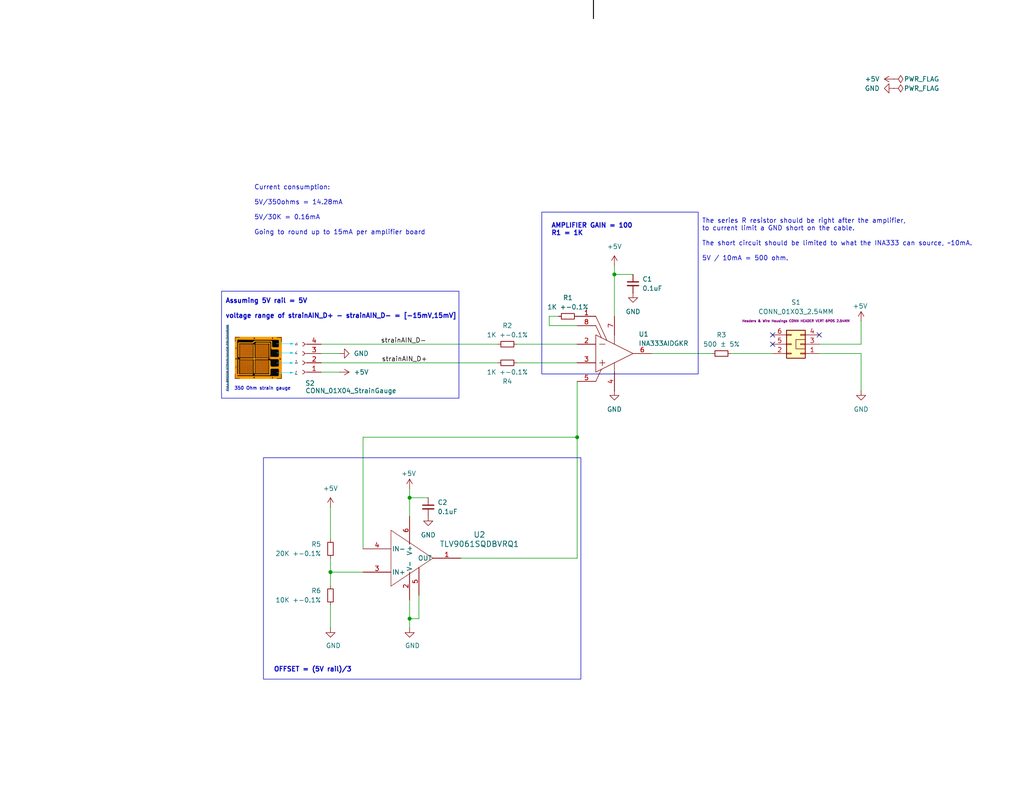
<source format=kicad_sch>
(kicad_sch (version 20250114) (generator "eeschema") (generator_version "9.0")
  (paper "A")
  (title_block (title "Amplifier") (date "2025-08-16") (rev "01") (company "BCIT Racing") (comment 1 "Parry Zhuo & Daniel Mahmoud"))
  (lib_symbols
    (symbol "Connector:Conn_01x04_Socket" (pin_names (offset 1.016) (hide yes))
      (property "Reference" "J" (at 0 5.08 0))
      (property "Value" "Conn_01x04_Socket" (at 0 -7.62 0))
      (symbol "Conn_01x04_Socket_1_1"
        (polyline (pts (xy -1.27 2.54) (xy -0.508 2.54)) (stroke (width 0.1524)))
        (polyline (pts (xy -1.27 0) (xy -0.508 0)) (stroke (width 0.1524)))
        (polyline (pts (xy -1.27 -2.54) (xy -0.508 -2.54)) (stroke (width 0.1524)))
        (polyline (pts (xy -1.27 -5.08) (xy -0.508 -5.08)) (stroke (width 0.1524)))
        (arc (start 0 2.032) (mid -0.5058 2.54) (end 0 3.048) (stroke (width 0.1524)))
        (arc (start 0 -0.508) (mid -0.5058 0) (end 0 0.508) (stroke (width 0.1524)))
        (arc (start 0 -3.048) (mid -0.5058 -2.54) (end 0 -2.032) (stroke (width 0.1524)))
        (arc (start 0 -5.588) (mid -0.5058 -5.08) (end 0 -4.572) (stroke (width 0.1524)))
        (pin passive line (at -5.08 2.54 0) (length 3.81) (name "Pin_1") (number "1"))
        (pin passive line (at -5.08 0 0) (length 3.81) (name "Pin_2") (number "2"))
        (pin passive line (at -5.08 -2.54 0) (length 3.81) (name "Pin_3") (number "3"))
        (pin passive line (at -5.08 -5.08 0) (length 3.81) (name "Pin_4") (number "4"))
      )
    )
    (symbol "Device:C_Small" (pin_numbers (hide yes)) (pin_names (offset 0.254) (hide yes))
      (property "Reference" "C" (at 0.254 1.778 0))
      (property "Value" "C_Small" (at 0.254 -2.032 0))
      (symbol "C_Small_0_1"
        (polyline (pts (xy -1.524 0.508) (xy 1.524 0.508)) (stroke (width 0.3048)))
        (polyline (pts (xy -1.524 -0.508) (xy 1.524 -0.508)) (stroke (width 0.3302)))
      )
      (symbol "C_Small_1_1"
        (pin passive line (at 0 2.54 270) (length 2.032) (name "~") (number "1"))
        (pin passive line (at 0 -2.54 90) (length 2.032) (name "~") (number "2"))
      )
    )
    (symbol "Device:R_Small" (pin_numbers (hide yes)) (pin_names (offset 0.254) (hide yes))
      (property "Reference" "R" (at 0 0 90))
      (property "Value" "R_Small" (at 1.778 0 90))
      (symbol "R_Small_0_1"
        (rectangle (start -0.762 1.778) (end 0.762 -1.778) (stroke (width 0.2032)))
      )
      (symbol "R_Small_1_1"
        (pin passive line (at 0 2.54 270) (length 0.762) (name "~") (number "1"))
        (pin passive line (at 0 -2.54 90) (length 0.762) (name "~") (number "2"))
      )
    )
    (symbol "Lib:IDC_6Pin_Male_Header" (pin_names (offset 1.016) (hide yes))
      (property "Reference" "J5" (at 1.27 10.16 0))
      (property "Value" "Box Header IDC Conn 2x3" (at 1.27 7.62 0))
      (property "Description" "CONN HEADER VERT 6POS 2.54MM" (at 1.27 6.35 0))
      (property "Detailed Description" "Connector Header Through Hole 6 position 0.100\" (2.54mm)" (at 1.27 5.08 0))
      (symbol "IDC_6Pin_Male_Header_0_1"
        (rectangle (start -1.27 1.27) (end 1.27 -1.27))
      )
      (symbol "IDC_6Pin_Male_Header_1_1"
        (rectangle (start -1.27 3.81) (end 3.81 -3.81) (stroke (width 0.254)) (fill (type background)))
        (rectangle (start -1.27 2.667) (end 0 2.413) (stroke (width 0.1524)))
        (rectangle (start -1.27 0.127) (end 0 -0.127) (stroke (width 0.1524)))
        (rectangle (start -1.27 -2.413) (end 0 -2.667) (stroke (width 0.1524)))
        (rectangle (start 3.81 2.667) (end 2.54 2.413) (stroke (width 0.1524)))
        (rectangle (start 3.81 0.127) (end 2.54 -0.127) (stroke (width 0.1524)))
        (rectangle (start 3.81 -2.413) (end 2.54 -2.667) (stroke (width 0.1524)))
        (pin passive line (at -5.08 2.54 0) (length 3.81) (name "Pin_1") (number "1"))
        (pin passive line (at -5.08 0 0) (length 3.81) (name "Pin_3") (number "3"))
        (pin passive line (at -5.08 -2.54 0) (length 3.81) (name "Pin_4") (number "4"))
        (pin passive line (at 7.62 2.54 180) (length 3.81) (name "Pin_2") (number "2"))
        (pin passive line (at 7.62 0 180) (length 3.81) (name "Pin_5") (number "5"))
        (pin passive line (at 7.62 -2.54 180) (length 3.81) (name "Pin_6") (number "6"))
      )
    )
    (symbol "Lib:TLV9061SQDBVRQ1" (pin_names (offset 0.254))
      (property "Reference" "U2" (at 31.75 3.8802 0))
      (property "Value" "TLV9061SQDBVRQ1" (at 1.016 7.366 0))
      (symbol "TLV9061SQDBVRQ1_0_1"
        (polyline (pts (xy 7.62 5.08) (xy 7.62 -10.16)) (stroke (width 0.127)))
        (polyline (pts (xy 7.62 -10.16) (xy 19.05 -2.54)) (stroke (width 0.127)))
        (polyline (pts (xy 19.05 -2.54) (xy 7.62 5.08)) (stroke (width 0.127)))
        (pin input line (at 0 0 0) (length 7.62) (name "IN-") (number "4"))
        (pin input line (at 0 -6.35 0) (length 7.62) (name "IN+") (number "3"))
        (pin power_in line (at 12.7 8.89 270) (length 7.62) (name "V+") (number "6"))
        (pin power_in line (at 12.7 -13.97 90) (length 7.62) (name "V-") (number "2"))
        (pin output line (at 26.67 -2.54 180) (length 7.62) (name "OUT") (number "1"))
      )
      (symbol "TLV9061SQDBVRQ1_1_1"
        (pin passive line (at 15.24 -12.7 90) (length 7.62) (name "") (number "5"))
      )
    )
    (symbol "Lib:root_0_TI-INAXXXXXX8_Altium Content Vault" (pin_names (hide yes))
      (symbol "root_0_TI-INAXXXXXX8_Altium Content Vault_1_0"
        (polyline (pts (xy 0 0) (xy 0 -10.16)))
        (polyline (pts (xy 0 0) (xy 10.16 -5.08)))
        (polyline (pts (xy 0 -10.16) (xy 10.16 -5.08)))
        (polyline (pts (xy 1.016 -2.54) (xy 2.54 -2.54)))
        (polyline (pts (xy 1.016 -7.62) (xy 2.54 -7.62)))
        (polyline (pts (xy 1.524 -0.762) (xy 0 2.54)))
        (polyline (pts (xy 1.524 -9.398) (xy 0 -12.7)))
        (polyline (pts (xy 1.778 -6.858) (xy 1.778 -8.382)))
        (polyline (pts (xy 3.048 -1.524) (xy 0 5.08)))
        (polyline (pts (xy 5.08 0) (xy 5.08 -2.54)))
        (polyline (pts (xy 5.08 -7.62) (xy 5.08 -10.16)))
        (pin input line (at -5.08 5.08 0) (length 5.08) (name "RG") (number "1"))
        (pin input line (at -5.08 2.54 0) (length 5.08) (name "RG") (number "8"))
        (pin input line (at -5.08 -2.54 0) (length 5.08) (name "VIN-") (number "2"))
        (pin input line (at -5.08 -7.62 0) (length 5.08) (name "VIN+") (number "3"))
        (pin input line (at -5.08 -12.7 0) (length 5.08) (name "REF") (number "5"))
        (pin power_in line (at 5.08 5.08 270) (length 5.08) (name "V+") (number "7"))
        (pin power_in line (at 5.08 -15.24 90) (length 5.08) (name "V-") (number "4"))
        (pin output line (at 15.24 -5.08 180) (length 5.08) (name "VOUT") (number "6"))
      )
    )
    (symbol "power:+5V" (power) (pin_numbers (hide yes)) (pin_names (offset 0) (hide yes))
      (property "Value" "+5V" (at 0 3.556 0))
      (symbol "+5V_0_1"
        (polyline (pts (xy -0.762 1.27) (xy 0 2.54)))
        (polyline (pts (xy 0 2.54) (xy 0.762 1.27)))
        (polyline (pts (xy 0 0) (xy 0 2.54)))
      )
      (symbol "+5V_1_1"
        (pin power_in line (at 0 0 90) (length 0) (name "~") (number "1"))
      )
    )
    (symbol "power:GND" (power) (pin_numbers (hide yes)) (pin_names (offset 0) (hide yes))
      (property "Value" "GND" (at 0 -3.81 0))
      (symbol "GND_0_1"
        (polyline (pts (xy 0 0) (xy 0 -1.27) (xy 1.27 -1.27) (xy 0 -2.54) (xy -1.27 -1.27) (xy 0 -1.27)))
      )
      (symbol "GND_1_1"
        (pin power_in line (at 0 0 270) (length 0) (name "~") (number "1"))
      )
    )
    (symbol "power:PWR_FLAG" (power) (pin_numbers (hide yes)) (pin_names (offset 0) (hide yes))
      (property "Value" "PWR_FLAG" (at 0 3.81 0))
      (symbol "PWR_FLAG_0_0"
        (pin power_out line (at 0 0 90) (length 0) (name "~") (number "1"))
      )
      (symbol "PWR_FLAG_0_1"
        (polyline (pts (xy 0 0) (xy 0 1.27) (xy -1.016 1.905) (xy 0 2.54) (xy 1.016 1.905) (xy 0 1.27)))
      )
    )
  )
  (rectangle (start 60.452 79.502) (end 125.222 108.712))
  (rectangle (start 71.882 124.968) (end 158.496 185.42))
  (rectangle (start 147.828 57.912) (end 190.5 102.108))
  (text "OFFSET = (5V rail)/3" (at 85.344 182.88 0) (effects (font (size 1.27 1.27) (thickness 0.254) (bold yes))))
  (text "AMPLIFIER GAIN = 100\nR1 = 1K" (at 150.368 62.738 0) (effects (font (size 1.27 1.27) (thickness 0.254) (bold yes)) (justify left)))
  (text "Current consumption:\n\n5V/350ohms = 14.28mA\n\n5V/30K = 0.16mA\n\nGoing to round up to 15mA per amplifier board\n" (at 69.342 57.404 0) (effects (font (size 1.27 1.27)) (justify left)))
  (text "350 Ohm strain gauge" (at 71.628 106.172 0) (effects (font (size 0.889 0.889))))
  (text "Assuming 5V rail = 5V\n\nvoltage range of strainAIN_D+ - strainAIN_D- = [-15mV,15mV]" (at 61.468 84.328 0) (effects (font (size 1.27 1.27) (thickness 0.254) (bold yes)) (justify left)))
  (text "The series R resistor should be right after the amplifier, \nto current limit a GND short on the cable.\n\nThe short circuit should be limited to what the INA333 can source, ~10mA.\n\n5V / 10mA = 500 ohm." (at 191.516 65.532 0) (effects (font (size 1.27 1.27)) (justify left)))
  (junction (at 167.64 74.93))
  (junction (at 111.76 135.89))
  (junction (at 111.76 168.91))
  (junction (at 157.48 119.38))
  (junction (at 90.17 156.21))
  (no_connect (at 210.82 91.44))
  (no_connect (at 210.82 93.98))
  (no_connect (at 223.52 91.44))
  (wire (pts (xy 111.76 168.91) (xy 114.3 168.91)))
  (wire (pts (xy 149.86 86.36) (xy 149.86 88.9)))
  (wire (pts (xy 111.76 133.35) (xy 111.76 135.89)))
  (wire (pts (xy 90.17 156.21) (xy 90.17 160.02)))
  (wire (pts (xy 157.48 119.38) (xy 157.48 152.4)))
  (wire (pts (xy 167.64 74.93) (xy 167.64 86.36)))
  (wire (pts (xy 87.63 101.6) (xy 92.71 101.6)))
  (wire (pts (xy 90.17 152.4) (xy 90.17 156.21)))
  (wire (pts (xy 149.86 86.36) (xy 152.4 86.36)))
  (wire (pts (xy 90.17 138.43) (xy 90.17 147.32)))
  (wire (pts (xy 234.95 87.63) (xy 234.95 93.98)))
  (wire (pts (xy 87.63 99.06) (xy 135.89 99.06)))
  (wire (pts (xy 140.97 93.98) (xy 157.48 93.98)))
  (wire (pts (xy 157.48 104.14) (xy 157.48 119.38)))
  (wire (pts (xy 223.52 93.98) (xy 234.95 93.98)))
  (wire (pts (xy 111.76 171.45) (xy 111.76 168.91)))
  (wire (pts (xy 199.39 96.52) (xy 210.82 96.52)))
  (wire (pts (xy 140.97 99.06) (xy 157.48 99.06)))
  (wire (pts (xy 125.73 152.4) (xy 157.48 152.4)))
  (wire (pts (xy 114.3 162.56) (xy 114.3 168.91)))
  (wire (pts (xy 90.17 165.1) (xy 90.17 171.45)))
  (wire (pts (xy 111.76 135.89) (xy 111.76 140.97)))
  (wire (pts (xy 116.84 135.89) (xy 111.76 135.89)))
  (wire (pts (xy 172.72 74.93) (xy 167.64 74.93)))
  (wire (pts (xy 234.95 96.52) (xy 234.95 106.68)))
  (polyline (pts (xy 161.925 5.08) (xy 161.925 0)) (stroke (width 0.254) (type solid) (color 0 0 0 1)))
  (wire (pts (xy 87.63 96.52) (xy 92.71 96.52)))
  (wire (pts (xy 99.06 119.38) (xy 157.48 119.38)))
  (wire (pts (xy 87.63 93.98) (xy 135.89 93.98)))
  (wire (pts (xy 149.86 88.9) (xy 157.48 88.9)))
  (wire (pts (xy 111.76 168.91) (xy 111.76 163.83)))
  (wire (pts (xy 234.95 96.52) (xy 223.52 96.52)))
  (wire (pts (xy 167.64 72.39) (xy 167.64 74.93)))
  (wire (pts (xy 90.17 156.21) (xy 99.06 156.21)))
  (wire (pts (xy 99.06 149.86) (xy 99.06 119.38)))
  (wire (pts (xy 177.8 96.52) (xy 194.31 96.52)))
  (image (at 71.374 96.774) (scale 0.0441091))
  (label "strainAIN_D-" (at 103.886 93.98 0))
  (label "strainAIN_D+" (at 104.14 99.06 0))
  (symbol (lib_id "power:+5V") (at 92.71 101.6 270) (unit 1)
    (property "Reference" "#PWR07" (effects (hide yes)))
    (property "Value" "+5V" (at 96.52 101.5999 90) (effects (justify left)))
    (property "Description" "Power symbol creates a global label with name \"+5V\"" (effects (hide yes)))
  )
  (symbol (lib_id "power:GND") (at 111.76 171.45 0) (unit 1)
    (property "Reference" "#PWR013" (effects (hide yes)))
    (property "Value" "GND" (at 110.49 176.276 0) (effects (justify left)))
    (property "Description" "Power symbol creates a global label with name \"GND\" , ground" (effects (hide yes)))
  )
  (symbol (lib_id "power:GND") (at 116.84 140.97 0) (mirror y) (unit 1)
    (property "Reference" "#PWR012" (effects (hide yes)))
    (property "Value" "GND" (at 116.84 146.05 0))
    (property "Description" "Power symbol creates a global label with name \"GND\" , ground" (effects (hide yes)))
  )
  (symbol (lib_id "Connector:Conn_01x04_Socket") (at 82.55 99.06 180) (unit 1) (in_bom no)
    (property "Reference" "S2" (at 84.582 104.648 0))
    (property "Value" "CONN_01X04_StrainGauge" (at 95.758 106.68 0))
    (property "Footprint" "Lib:CONN_01X04" (effects (hide yes)))
    (property "Description" "Generic connector, single row, 01x04, script generated" (effects (hide yes)))
  )
  (symbol (lib_id "Device:C_Small") (at 172.72 77.47 0) (mirror y) (unit 1)
    (property "Reference" "C1" (at 175.26 76.2062 0) (effects (justify right)))
    (property "Value" "0.1uF" (at 175.26 78.7462 0) (effects (justify right)))
    (property "Footprint" "Capacitor_SMD:C_0805_2012Metric_Pad1.18x1.45mm_HandSolder" (effects (hide yes)))
    (property "Datasheet" "https://www.mouser.ca/datasheet/2/585/MLCC-1837944.pdf" (effects (hide yes)))
    (property "Description" "Multilayer Ceramic Capacitors MLCC - SMD/SMT 100nF+/-10% 50V X7R 0805" (effects (hide yes)))
    (property "Manufacturer" "Samsung Electro-Mechanics" (effects (hide yes)))
    (property "Manufacturer Part Number" "CL21B104KBCNNWC" (effects (hide yes)))
    (property "Mouser Link" "https://www.mouser.ca/ProductDetail/Samsung-Electro-Mechanics/CL21B104KBCNNWC?qs=yOVawPpwOwlu2UTVxWhmlw%3D%3D" (effects (hide yes)))
    (property "Mouser Part Number" "187-CL21B104KBCNNWC" (effects (hide yes)))
    (property "Package" "0805 (2012 Metric)" (effects (hide yes)))
  )
  (symbol (lib_id "power:GND") (at 167.64 106.68 0) (unit 1)
    (property "Reference" "#PWR09" (effects (hide yes)))
    (property "Value" "GND" (at 167.64 111.76 0))
    (property "Description" "Power symbol creates a global label with name \"GND\" , ground" (effects (hide yes)))
  )
  (symbol (lib_id "power:+5V") (at 234.95 87.63 0) (unit 1)
    (property "Reference" "#PWR04" (effects (hide yes)))
    (property "Value" "+5V" (at 234.696 83.566 0))
    (property "Description" "Power symbol creates a global label with name \"+5V\"" (effects (hide yes)))
  )
  (symbol (lib_id "Device:C_Small") (at 116.84 138.43 0) (mirror y) (unit 1)
    (property "Reference" "C2" (at 119.38 137.1662 0) (effects (justify right)))
    (property "Value" "0.1uF" (at 119.38 139.7062 0) (effects (justify right)))
    (property "Footprint" "Capacitor_SMD:C_0805_2012Metric_Pad1.18x1.45mm_HandSolder" (effects (hide yes)))
    (property "Datasheet" "https://www.mouser.ca/datasheet/2/585/MLCC-1837944.pdf" (effects (hide yes)))
    (property "Description" "Multilayer Ceramic Capacitors MLCC - SMD/SMT 100nF+/-10% 50V X7R 0805" (effects (hide yes)))
    (property "Manufacturer" "Samsung Electro-Mechanics" (effects (hide yes)))
    (property "Manufacturer Part Number" "CL21B104KBCNNWC" (effects (hide yes)))
    (property "Mouser Link" "https://www.mouser.ca/ProductDetail/Samsung-Electro-Mechanics/CL21B104KBCNNWC?qs=yOVawPpwOwlu2UTVxWhmlw%3D%3D" (effects (hide yes)))
    (property "Mouser Part Number" "187-CL21B104KBCNNWC" (effects (hide yes)))
    (property "Package" "0805 (2012 Metric)" (effects (hide yes)))
  )
  (symbol (lib_id "Device:R_Small") (at 90.17 149.86 0) (unit 1)
    (property "Reference" "R5" (at 87.63 148.5899 0) (effects (justify right)))
    (property "Value" "20K +-0.1%" (at 87.63 151.1299 0) (effects (justify right)))
    (property "Footprint" "Resistor_SMD:R_0805_2012Metric_Pad1.20x1.40mm_HandSolder" (effects (hide yes)))
    (property "Datasheet" "https://www.mouser.ca/datasheet/2/392/n_catalog_partition01_en-1140338.pdf" (effects (hide yes)))
    (property "Description" "Thin Film Resistors - SMD 1/8W 20K Ohms 0.1% 0805 25ppm" (effects (hide yes)))
    (property "Manufacturer" "Susumu " (effects (hide yes)))
    (property "Manufacturer Part Number" "RG2012P-203-B-T5 " (effects (hide yes)))
    (property "Mouser Link" "https://www.mouser.ca/ProductDetail/Susumu/RG2012P-203-B-T5?qs=juJhw1yPxAE0uzMTBmg8Hw%3D%3D" (effects (hide yes)))
    (property "Mouser Part Number" "754-RG2012P-203-B-T5 " (effects (hide yes)))
    (property "Package" "0805 (2012 Metric)" (effects (hide yes)))
  )
  (symbol (lib_id "Device:R_Small") (at 138.43 93.98 90) (unit 0)
    (property "Reference" "R2" (at 138.43 88.9 90))
    (property "Value" "1K +-0.1%" (at 138.43 91.44 90))
    (property "Footprint" "Resistor_SMD:R_0805_2012Metric_Pad1.20x1.40mm_HandSolder" (effects (hide yes)))
    (property "Datasheet" "https://www.vishay.com/doc?28700" (effects (hide yes)))
    (property "Description" "Thin Film Resistors - SMD .05W 1Kohms 0.1% 0805 25ppm" (effects (hide yes)))
    (property "Manufacturer" "Vishay / Beyschlag " (effects (hide yes)))
    (property "Manufacturer Part Number" "MCU08050D1001BP500 " (effects (hide yes)))
    (property "Mouser Link" "https://www.mouser.ca/ProductDetail/Vishay-Beyschlag/MCU08050D1001BP500?qs=70au2ePzUrEv3lkXFeCKsQ%3D%3D" (effects (hide yes)))
    (property "Mouser Part Number" "594-MCU0805D1001BP5 " (effects (hide yes)))
    (property "Package" "0805 (2012 Metric)" (effects (hide yes)))
  )
  (symbol (lib_id "power:GND") (at 243.84 24.13 270) (unit 1)
    (property "Reference" "#PWR02" (effects (hide yes)))
    (property "Value" "GND" (at 240.03 24.1299 90) (effects (justify right)))
    (property "Description" "Power symbol creates a global label with name \"GND\" , ground" (effects (hide yes)))
  )
  (symbol (lib_id "Device:R_Small") (at 90.17 162.56 0) (unit 0)
    (property "Reference" "R6" (at 87.63 161.2899 0) (effects (justify right)))
    (property "Value" "10K +-0.1%" (at 87.63 163.8299 0) (effects (justify right)))
    (property "Footprint" "Resistor_SMD:R_0805_2012Metric_Pad1.20x1.40mm_HandSolder" (effects (hide yes)))
    (property "Datasheet" "https://www.mouser.ca/datasheet/2/392/n_catalog_partition01_en-1140338.pdf" (effects (hide yes)))
    (property "Description" "Thin Film Resistors - SMD 1/8W 10K Ohms 0.1% 0805 25ppm" (effects (hide yes)))
    (property "Manufacturer" "Susumu " (effects (hide yes)))
    (property "Manufacturer Part Number" "RG2012P-103-B-T5 " (effects (hide yes)))
    (property "Mouser Link" "https://www.mouser.ca/ProductDetail/Susumu/RG2012P-103-B-T5?qs=juJhw1yPxAHrnD3%252BNCg9%252Bw%3D%3D" (effects (hide yes)))
    (property "Mouser Part Number" "754-RG2012P-103-B-T5 " (effects (hide yes)))
    (property "Package" "0805 (2012 Metric)" (effects (hide yes)))
  )
  (symbol (lib_id "power:+5V") (at 167.64 72.39 0) (unit 1)
    (property "Reference" "#PWR03" (effects (hide yes)))
    (property "Value" "+5V" (at 167.64 67.31 0))
    (property "Description" "Power symbol creates a global label with name \"+5V\"" (effects (hide yes)))
  )
  (symbol (lib_id "power:PWR_FLAG") (at 243.84 21.59 270) (unit 1)
    (property "Reference" "#FLG01" (effects (hide yes)))
    (property "Value" "PWR_FLAG" (at 251.46 21.59 90))
    (property "Description" "Special symbol for telling ERC where power comes from" (effects (hide yes)))
  )
  (symbol (lib_id "Device:R_Small") (at 196.85 96.52 270) (unit 1)
    (property "Reference" "R3" (at 196.85 91.44 90))
    (property "Value" "500 ± 5%" (at 196.85 93.98 90))
    (property "Footprint" "Resistor_SMD:R_0805_2012Metric_Pad1.20x1.40mm_HandSolder" (effects (hide yes)))
    (property "Datasheet" "https://www.vishay.com/doc?28952" (effects (hide yes)))
    (property "Description" "Thin Film Resistors - SMD .2W 499ohms .5% 0805 25ppm Auto" (effects (hide yes)))
    (property "Manufacturer Part Number" "MCU0805MD4990DP500 " (effects (hide yes)))
    (property "Manufacturer" "Vishay / Beyschlag " (effects (hide yes)))
    (property "Package" "0805 (2012 Metric)" (effects (hide yes)))
    (property "Mouser Link" "https://www.mouser.ca/ProductDetail/Vishay-Beyschlag/MCU0805MD4990DP500?qs=EzBFWPtgsb1DD3PTBSGEVQ%3D%3D" (effects (hide yes)))
    (property "Mouser Part Number" "594-MCU0805MD4990DP5 " (effects (hide yes)))
  )
  (symbol (lib_id "power:+5V") (at 111.76 133.35 0) (unit 1)
    (property "Reference" "#PWR010" (effects (hide yes)))
    (property "Value" "+5V" (at 111.506 129.286 0))
    (property "Description" "Power symbol creates a global label with name \"+5V\"" (effects (hide yes)))
  )
  (symbol (lib_id "Lib:TLV9061SQDBVRQ1") (at 99.06 149.86 0) (unit 1)
    (property "Reference" "U2" (at 130.81 145.9798 0) (effects (font (size 1.524 1.524))))
    (property "Value" "TLV9061SQDBVRQ1" (at 130.81 148.5198 0) (effects (font (size 1.524 1.524))))
    (property "Footprint" "Package_TO_SOT_SMD:TSOT-23-6" (effects (hide yes)))
    (property "Datasheet" "https://www.ti.com/lit/gpn/tlv9064-q1" (effects (hide yes)))
    (property "Description" "Operational Amplifiers - Op Amps Automotive single 5.5-V 10-MHz rail-to" (effects (hide yes)))
    (property "Manufacturer" "Texas Instruments " (effects (hide yes)))
    (property "Manufacturer Part Number" "TLV9061SQDBVRQ1 " (effects (hide yes)))
    (property "Mouser Link" "https://www.mouser.ca/ProductDetail/Texas-Instruments/TLV9061SQDBVRQ1?qs=DRkmTr78QASJ%252B5bCrdR4jA%3D%3D" (effects (hide yes)))
    (property "Mouser Part Number" "595-TLV9061SQDBVRQ1" (effects (hide yes)))
    (property "Package" "SOT-23-6 " (effects (hide yes)))
  )
  (symbol (lib_id "Device:R_Small") (at 154.94 86.36 90) (unit 1)
    (property "Reference" "R1" (at 154.94 81.28 90))
    (property "Value" "1K +-0.1%" (at 154.94 83.82 90))
    (property "Footprint" "Resistor_SMD:R_0805_2012Metric_Pad1.20x1.40mm_HandSolder" (effects (hide yes)))
    (property "Datasheet" "https://www.vishay.com/doc?28700" (effects (hide yes)))
    (property "Description" "Thin Film Resistors - SMD .05W 1Kohms 0.1% 0805 25ppm" (effects (hide yes)))
    (property "Manufacturer" "Vishay / Beyschlag " (effects (hide yes)))
    (property "Manufacturer Part Number" "MCU08050D1001BP500 " (effects (hide yes)))
    (property "Mouser Link" "https://www.mouser.ca/ProductDetail/Vishay-Beyschlag/MCU08050D1001BP500?qs=70au2ePzUrEv3lkXFeCKsQ%3D%3D" (effects (hide yes)))
    (property "Mouser Part Number" "594-MCU0805D1001BP5 " (effects (hide yes)))
    (property "Package" "0805 (2012 Metric)" (effects (hide yes)))
  )
  (symbol (lib_id "Lib:IDC_6Pin_Male_Header") (at 218.44 93.98 180) (unit 1) (in_bom no)
    (property "Reference" "S1" (at 217.17 82.55 0))
    (property "Value" "CONN_01X03_2.54MM" (at 217.17 85.09 0))
    (property "Footprint" "Lib:AdamTech_BHR-06-VUA" (effects (hide yes)))
    (property "Datasheet" "https://www.mouser.ca/datasheet/2/4/bhr_xx_vua_data_sheet-3395636.pdf" (effects (hide yes)))
    (property "Description" "Headers & Wire Housings CONN HEADER VERT 6POS 2.54MM" (at 217.17 87.63 0) (effects (font (size 0.635 0.635))))
    (property "Manufacturer" "Adam Tech" (effects (hide yes)))
    (property "Manufacturer Part Number" "BHR-06-VUA" (effects (hide yes)))
    (property "Mouser Link" "https://www.mouser.ca/ProductDetail/Adam-Tech/BHR-06-VUA?qs=HoCaDK9Nz5cobId%2FEjMHxg%3D%3D" (effects (hide yes)))
    (property "Mouser Part Number" " 737-BHR-06-VUA" (effects (hide yes)))
  )
  (symbol (lib_id "power:GND") (at 172.72 80.01 0) (mirror y) (unit 1)
    (property "Reference" "#PWR05" (effects (hide yes)))
    (property "Value" "GND" (at 172.72 85.09 0))
    (property "Description" "Power symbol creates a global label with name \"GND\" , ground" (effects (hide yes)))
  )
  (symbol (lib_id "Lib:root_0_TI-INAXXXXXX8_Altium Content Vault") (at 162.56 91.44 0) (unit 1)
    (property "Reference" "U1" (at 174.244 91.948 0) (effects (justify left bottom)))
    (property "Value" "INA333AIDGKR" (at 174.244 94.488 0) (effects (justify left bottom)))
    (property "Footprint" "Lib:INA333AIDGKR_SOP65P490X110-8N" (effects (hide yes)))
    (property "Datasheet" "https://www.ti.com/lit/gpn/ina333" (effects (hide yes)))
    (property "Description" "Instrumentation Amplifiers Lo Pwr Prec Inst Amp A 595-INA333AIDGKT" (effects (hide yes)))
    (property "Manufacturer" "Texas Instruments" (effects (hide yes)))
    (property "Manufacturer Part Number" "INA333AIDGKR" (effects (hide yes)))
    (property "Mouser Link" "https://www.mouser.ca/ProductDetail/Texas-Instruments/INA333AIDGKR?qs=nJRxFdq%252BlvaKwfZOdHFpKg%3D%3D" (effects (hide yes)))
    (property "Mouser Part Number" "595-INA333AIDGKR" (effects (hide yes)))
    (property "Package" "VSSOP-8" (effects (hide yes)))
  )
  (symbol (lib_id "power:PWR_FLAG") (at 243.84 24.13 270) (unit 1)
    (property "Reference" "#FLG02" (effects (hide yes)))
    (property "Value" "PWR_FLAG" (at 251.46 24.13 90))
    (property "Description" "Special symbol for telling ERC where power comes from" (effects (hide yes)))
  )
  (symbol (lib_id "power:+5V") (at 90.17 138.43 0) (mirror y) (unit 1)
    (property "Reference" "#PWR011" (effects (hide yes)))
    (property "Value" "+5V" (at 90.17 133.35 0))
    (property "Description" "Power symbol creates a global label with name \"+5V\"" (effects (hide yes)))
  )
  (symbol (lib_id "power:GND") (at 234.95 106.68 0) (mirror y) (unit 1)
    (property "Reference" "#PWR08" (effects (hide yes)))
    (property "Value" "GND" (at 234.95 111.76 0))
    (property "Description" "Power symbol creates a global label with name \"GND\" , ground" (effects (hide yes)))
  )
  (symbol (lib_id "power:+5V") (at 243.84 21.59 90) (unit 1)
    (property "Reference" "#PWR01" (effects (hide yes)))
    (property "Value" "+5V" (at 240.03 21.5899 90) (effects (justify left)))
    (property "Description" "Power symbol creates a global label with name \"+5V\"" (effects (hide yes)))
  )
  (symbol (lib_id "Device:R_Small") (at 138.43 99.06 270) (mirror x) (unit 1)
    (property "Reference" "R4" (at 138.43 104.14 90))
    (property "Value" "1K +-0.1%" (at 138.43 101.6 90))
    (property "Footprint" "Resistor_SMD:R_0805_2012Metric_Pad1.20x1.40mm_HandSolder" (effects (hide yes)))
    (property "Datasheet" "https://www.vishay.com/doc?28700" (effects (hide yes)))
    (property "Description" "Thin Film Resistors - SMD .05W 1Kohms 0.1% 0805 25ppm" (effects (hide yes)))
    (property "Manufacturer" "Vishay / Beyschlag " (effects (hide yes)))
    (property "Manufacturer Part Number" "MCU08050D1001BP500 " (effects (hide yes)))
    (property "Mouser Link" "https://www.mouser.ca/ProductDetail/Vishay-Beyschlag/MCU08050D1001BP500?qs=70au2ePzUrEv3lkXFeCKsQ%3D%3D" (effects (hide yes)))
    (property "Mouser Part Number" "594-MCU0805D1001BP5 " (effects (hide yes)))
    (property "Package" "0805 (2012 Metric)" (effects (hide yes)))
  )
  (symbol (lib_id "power:GND") (at 92.71 96.52 90) (unit 1)
    (property "Reference" "#PWR06" (effects (hide yes)))
    (property "Value" "GND" (at 96.52 96.5199 90) (effects (justify right)))
    (property "Description" "Power symbol creates a global label with name \"GND\" , ground" (effects (hide yes)))
  )
  (symbol (lib_id "power:GND") (at 90.17 171.45 0) (unit 1)
    (property "Reference" "#PWR014" (effects (hide yes)))
    (property "Value" "GND" (at 88.9 176.276 0) (effects (justify left)))
    (property "Description" "Power symbol creates a global label with name \"GND\" , ground" (effects (hide yes)))
  )
)
</source>
